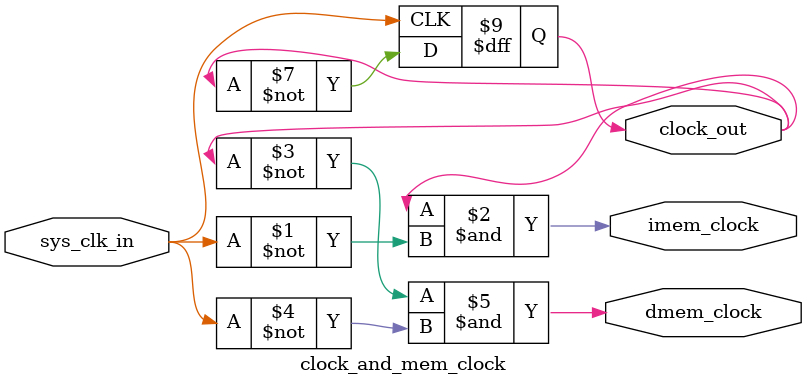
<source format=v>
module clock_and_mem_clock(
	sys_clk_in,
	clock_out,imem_clock,dmem_clock
);

	input sys_clk_in;
	output reg clock_out; 
	output imem_clock,dmem_clock;
	

	 assign imem_clock = clock_out & ~sys_clk_in;
	 assign dmem_clock = ~clock_out & ~sys_clk_in;
	 
	initial
	begin
		clock_out <= 0;
	end
	
	always @ (posedge sys_clk_in)
	begin
		clock_out <= ~clock_out;
	end
	
endmodule
	
	
</source>
